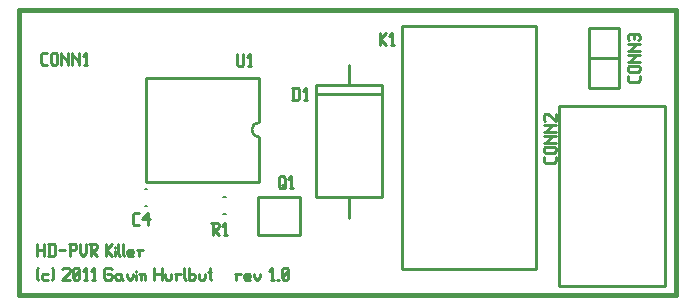
<source format=gbr>
G04 start of page 7 for group -4079 idx -4079 *
G04 Title: (unknown), topsilk *
G04 Creator: pcb 20091103 *
G04 CreationDate: Thu 05 May 2011 07:25:20 AM GMT UTC *
G04 For: gjhurlbu *
G04 Format: Gerber/RS-274X *
G04 PCB-Dimensions: 600000 500000 *
G04 PCB-Coordinate-Origin: lower left *
%MOIN*%
%FSLAX25Y25*%
%LNFRONTSILK*%
%ADD11C,0.0150*%
%ADD42C,0.0100*%
%ADD43C,0.0080*%
G54D11*X40000Y456000D02*Y361000D01*
X259000D01*
Y456000D01*
X40000D01*
G54D42*X46000Y366500D02*X46500Y366000D01*
X46000Y369500D02*X46500Y370000D01*
X46000Y369500D02*Y366500D01*
X48201Y368000D02*X49701D01*
X47701Y367500D02*X48201Y368000D01*
X47701Y367500D02*Y366500D01*
X48201Y366000D01*
X49701D01*
X50902Y370000D02*X51402Y369500D01*
Y366500D01*
X50902Y366000D02*X51402Y366500D01*
X54403Y369500D02*X54903Y370000D01*
X56403D01*
X56903Y369500D01*
Y368500D01*
X54403Y366000D02*X56903Y368500D01*
X54403Y366000D02*X56903D01*
X58104Y366500D02*X58604Y366000D01*
X58104Y369500D02*Y366500D01*
Y369500D02*X58604Y370000D01*
X59604D01*
X60104Y369500D01*
Y366500D01*
X59604Y366000D02*X60104Y366500D01*
X58604Y366000D02*X59604D01*
X58104Y367000D02*X60104Y369000D01*
X61805Y366000D02*X62805D01*
X62305Y370000D02*Y366000D01*
X61305Y369000D02*X62305Y370000D01*
X64506Y366000D02*X65506D01*
X65006Y370000D02*Y366000D01*
X64006Y369000D02*X65006Y370000D01*
X70507D02*X71007Y369500D01*
X69007Y370000D02*X70507D01*
X68507Y369500D02*X69007Y370000D01*
X68507Y369500D02*Y366500D01*
X69007Y366000D01*
X70507D01*
X71007Y366500D01*
Y367500D02*Y366500D01*
X70507Y368000D02*X71007Y367500D01*
X69507Y368000D02*X70507D01*
X73708D02*X74208Y367500D01*
X72708Y368000D02*X73708D01*
X72208Y367500D02*X72708Y368000D01*
X72208Y367500D02*Y366500D01*
X72708Y366000D01*
X74208Y368000D02*Y366500D01*
X74708Y366000D01*
X72708D02*X73708D01*
X74208Y366500D01*
X75909Y368000D02*Y367000D01*
X76909Y366000D01*
X77909Y367000D01*
Y368000D02*Y367000D01*
X79110Y369000D02*Y368500D01*
Y367500D02*Y366000D01*
X80611Y367500D02*Y366000D01*
Y367500D02*X81111Y368000D01*
X81611D01*
X82111Y367500D01*
Y366000D01*
X80111Y368000D02*X80611Y367500D01*
X85112Y370000D02*Y366000D01*
X87612Y370000D02*Y366000D01*
X85112Y368000D02*X87612D01*
X88813D02*Y366500D01*
X89313Y366000D01*
X90313D01*
X90813Y366500D01*
Y368000D02*Y366500D01*
X92514Y367500D02*Y366000D01*
Y367500D02*X93014Y368000D01*
X94014D01*
X92014D02*X92514Y367500D01*
X95215Y370000D02*Y366500D01*
X95715Y366000D01*
X96716Y370000D02*Y366000D01*
Y366500D02*X97216Y366000D01*
X98216D01*
X98716Y366500D01*
Y367500D02*Y366500D01*
X98216Y368000D02*X98716Y367500D01*
X97216Y368000D02*X98216D01*
X96716Y367500D02*X97216Y368000D01*
X99917D02*Y366500D01*
X100417Y366000D01*
X101417D01*
X101917Y366500D01*
Y368000D02*Y366500D01*
X103618Y370000D02*Y366500D01*
X104118Y366000D01*
X103118Y368500D02*X104118D01*
X46000Y378000D02*Y374000D01*
X48500Y378000D02*Y374000D01*
X46000Y376000D02*X48500D01*
X50201Y378000D02*Y374000D01*
X51701Y378000D02*X52201Y377500D01*
Y374500D01*
X51701Y374000D02*X52201Y374500D01*
X49701Y374000D02*X51701D01*
X49701Y378000D02*X51701D01*
X53402Y376000D02*X55402D01*
X57103Y378000D02*Y374000D01*
X56603Y378000D02*X58603D01*
X59103Y377500D01*
Y376500D01*
X58603Y376000D02*X59103Y376500D01*
X57103Y376000D02*X58603D01*
X60304Y378000D02*Y375000D01*
X61304Y374000D01*
X62304Y375000D01*
Y378000D02*Y375000D01*
X63505Y378000D02*X65505D01*
X66005Y377500D01*
Y376500D01*
X65505Y376000D02*X66005Y376500D01*
X64005Y376000D02*X65505D01*
X64005Y378000D02*Y374000D01*
Y376000D02*X66005Y374000D01*
X69006Y378000D02*Y374000D01*
Y376000D02*X71006Y378000D01*
X69006Y376000D02*X71006Y374000D01*
X72207Y377000D02*Y376500D01*
Y375500D02*Y374000D01*
X73208Y378000D02*Y374500D01*
X73708Y374000D01*
X74709Y378000D02*Y374500D01*
X75209Y374000D01*
X76710D02*X78210D01*
X76210Y374500D02*X76710Y374000D01*
X76210Y375500D02*Y374500D01*
Y375500D02*X76710Y376000D01*
X77710D01*
X78210Y375500D01*
X76210Y375000D02*X78210D01*
Y375500D02*Y375000D01*
X79911Y375500D02*Y374000D01*
Y375500D02*X80411Y376000D01*
X81411D01*
X79411D02*X79911Y375500D01*
X112500Y367500D02*Y366000D01*
Y367500D02*X113000Y368000D01*
X114000D01*
X112000D02*X112500Y367500D01*
X115701Y366000D02*X117201D01*
X115201Y366500D02*X115701Y366000D01*
X115201Y367500D02*Y366500D01*
Y367500D02*X115701Y368000D01*
X116701D01*
X117201Y367500D01*
X115201Y367000D02*X117201D01*
Y367500D02*Y367000D01*
X118402Y368000D02*Y367000D01*
X119402Y366000D01*
X120402Y367000D01*
Y368000D02*Y367000D01*
X123903Y366000D02*X124903D01*
X124403Y370000D02*Y366000D01*
X123403Y369000D02*X124403Y370000D01*
X126104Y366000D02*X126604D01*
X127805Y366500D02*X128305Y366000D01*
X127805Y369500D02*Y366500D01*
Y369500D02*X128305Y370000D01*
X129305D01*
X129805Y369500D01*
Y366500D01*
X129305Y366000D02*X129805Y366500D01*
X128305Y366000D02*X129305D01*
X127805Y367000D02*X129805Y369000D01*
G54D43*X82064Y396148D02*X82850D01*
X82064Y390638D02*X82850D01*
G54D42*X82400Y433300D02*X120200D01*
X82400D02*Y398400D01*
X120200D01*
Y413400D02*Y398400D01*
Y433300D02*Y418400D01*
G75*G03X120200Y413400I0J-2500D01*G01*
G54D43*X108150Y387852D02*X108936D01*
X108150Y393362D02*X108936D01*
G54D42*X133700Y393500D02*Y380700D01*
X119800D02*X133700D01*
X119800Y393500D02*Y380700D01*
Y393500D02*X133700D01*
X139000Y428000D02*X161000D01*
X150000Y437500D02*Y431000D01*
Y393500D02*Y386500D01*
X139000Y431000D02*X161000D01*
X139000Y393500D02*X161000D01*
Y431000D02*Y393500D01*
X139000Y431000D02*Y393500D01*
X240000Y450000D02*Y430000D01*
X230000Y450000D02*X240000D01*
X230000D02*Y430000D01*
X240000D01*
X230000Y440000D02*X240000D01*
X230000D02*Y430000D01*
X220000Y364000D02*X255400D01*
X220000Y424000D02*Y364000D01*
X255400Y424000D02*Y364000D01*
X220000Y424000D02*X255400D01*
X167750Y369650D02*X212250D01*
X167750Y450350D02*Y369650D01*
Y450350D02*X212250D01*
Y369650D01*
X48059Y437661D02*X49559D01*
X47559Y438161D02*X48059Y437661D01*
X47559Y441161D02*Y438161D01*
Y441161D02*X48059Y441661D01*
X49559D01*
X50760Y441161D02*Y438161D01*
Y441161D02*X51260Y441661D01*
X52260D01*
X52760Y441161D01*
Y438161D01*
X52260Y437661D02*X52760Y438161D01*
X51260Y437661D02*X52260D01*
X50760Y438161D02*X51260Y437661D01*
X53961Y441661D02*Y437661D01*
Y441661D02*Y441161D01*
X56461Y438661D01*
Y441661D02*Y437661D01*
X57662Y441661D02*Y437661D01*
Y441661D02*Y441161D01*
X60162Y438661D01*
Y441661D02*Y437661D01*
X61863D02*X62863D01*
X62363Y441661D02*Y437661D01*
X61363Y440661D02*X62363Y441661D01*
X112800Y441100D02*Y437600D01*
X113300Y437100D01*
X114300D01*
X114800Y437600D01*
Y441100D02*Y437600D01*
X116501Y437100D02*X117501D01*
X117001Y441100D02*Y437100D01*
X116001Y440100D02*X117001Y441100D01*
X160250Y448250D02*Y444250D01*
Y446250D02*X162250Y448250D01*
X160250Y446250D02*X162250Y444250D01*
X163951D02*X164951D01*
X164451Y448250D02*Y444250D01*
X163451Y447250D02*X164451Y448250D01*
X78494Y384020D02*X79994D01*
X77994Y384520D02*X78494Y384020D01*
X77994Y387520D02*Y384520D01*
Y387520D02*X78494Y388020D01*
X79994D01*
X81195Y386020D02*X83195Y388020D01*
X81195Y386020D02*X83695D01*
X83195Y388020D02*Y384020D01*
X104179Y384971D02*X106179D01*
X106679Y384471D01*
Y383471D01*
X106179Y382971D02*X106679Y383471D01*
X104679Y382971D02*X106179D01*
X104679Y384971D02*Y380971D01*
Y382971D02*X106679Y380971D01*
X108380D02*X109380D01*
X108880Y384971D02*Y380971D01*
X107880Y383971D02*X108880Y384971D01*
X126700Y400000D02*Y397000D01*
Y400000D02*X127200Y400500D01*
X128200D01*
X128700Y400000D01*
Y397000D01*
X128200Y396500D02*X128700Y397000D01*
X127200Y396500D02*X128200D01*
X126700Y397000D02*X127200Y396500D01*
X127700Y397500D02*X128700Y396500D01*
X130401D02*X131401D01*
X130901Y400500D02*Y396500D01*
X129901Y399500D02*X130901Y400500D01*
X131500Y430000D02*Y426000D01*
X133000Y430000D02*X133500Y429500D01*
Y426500D01*
X133000Y426000D02*X133500Y426500D01*
X131000Y426000D02*X133000D01*
X131000Y430000D02*X133000D01*
X135201Y426000D02*X136201D01*
X135701Y430000D02*Y426000D01*
X134701Y429000D02*X135701Y430000D01*
X219000Y407000D02*Y405500D01*
X218500Y405000D02*X219000Y405500D01*
X215500Y405000D02*X218500D01*
X215500D02*X215000Y405500D01*
Y407000D02*Y405500D01*
X215500Y408201D02*X218500D01*
X215500D02*X215000Y408701D01*
Y409701D02*Y408701D01*
Y409701D02*X215500Y410201D01*
X218500D01*
X219000Y409701D02*X218500Y410201D01*
X219000Y409701D02*Y408701D01*
X218500Y408201D02*X219000Y408701D01*
X215000Y411402D02*X219000D01*
X215000D02*X215500D01*
X218000Y413902D01*
X215000D02*X219000D01*
X215000Y415103D02*X219000D01*
X215000D02*X215500D01*
X218000Y417603D01*
X215000D02*X219000D01*
X215500Y418804D02*X215000Y419304D01*
Y420804D02*Y419304D01*
Y420804D02*X215500Y421304D01*
X216500D01*
X219000Y418804D02*X216500Y421304D01*
X219000D02*Y418804D01*
X247000Y434000D02*Y432500D01*
X246500Y432000D02*X247000Y432500D01*
X243500Y432000D02*X246500D01*
X243500D02*X243000Y432500D01*
Y434000D02*Y432500D01*
X243500Y435201D02*X246500D01*
X243500D02*X243000Y435701D01*
Y436701D02*Y435701D01*
Y436701D02*X243500Y437201D01*
X246500D01*
X247000Y436701D02*X246500Y437201D01*
X247000Y436701D02*Y435701D01*
X246500Y435201D02*X247000Y435701D01*
X243000Y438402D02*X247000D01*
X243000D02*X243500D01*
X246000Y440902D01*
X243000D02*X247000D01*
X243000Y442103D02*X247000D01*
X243000D02*X243500D01*
X246000Y444603D01*
X243000D02*X247000D01*
X243500Y445804D02*X243000Y446304D01*
Y447304D02*Y446304D01*
Y447304D02*X243500Y447804D01*
X246500D01*
X247000Y447304D02*X246500Y447804D01*
X247000Y447304D02*Y446304D01*
X246500Y445804D02*X247000Y446304D01*
X245000Y447804D02*Y446304D01*
M02*

</source>
